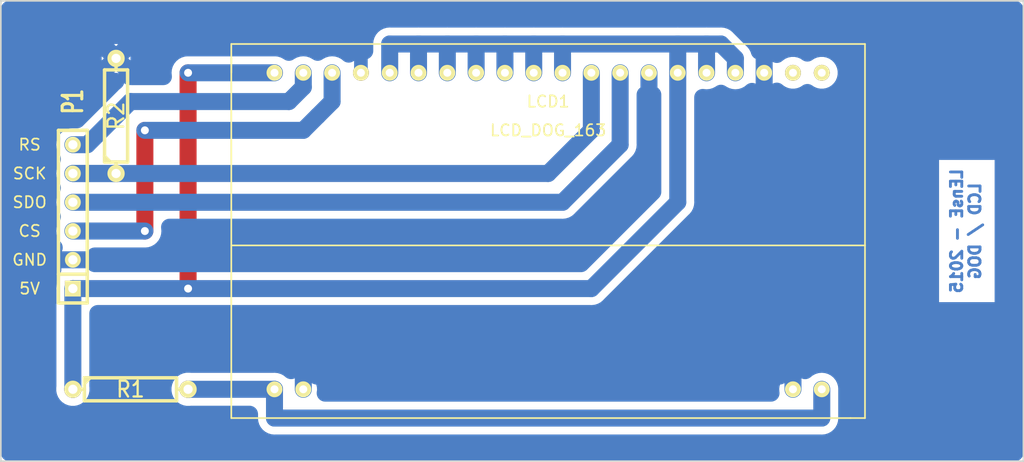
<source format=kicad_pcb>
(kicad_pcb (version 20171130) (host pcbnew "(5.1.6)-1")

  (general
    (thickness 1.6)
    (drawings 11)
    (tracks 79)
    (zones 0)
    (modules 4)
    (nets 8)
  )

  (page A3)
  (layers
    (0 F.Cu signal)
    (31 B.Cu signal)
    (32 B.Adhes user)
    (33 F.Adhes user)
    (34 B.Paste user)
    (35 F.Paste user)
    (36 B.SilkS user)
    (37 F.SilkS user)
    (38 B.Mask user)
    (39 F.Mask user)
    (40 Dwgs.User user)
    (41 Cmts.User user)
    (42 Eco1.User user)
    (43 Eco2.User user)
    (44 Edge.Cuts user)
  )

  (setup
    (last_trace_width 1.5)
    (trace_clearance 0.254)
    (zone_clearance 0.7)
    (zone_45_only no)
    (trace_min 0.254)
    (via_size 1.3)
    (via_drill 0.7)
    (via_min_size 0.889)
    (via_min_drill 0.508)
    (uvia_size 0.508)
    (uvia_drill 0.127)
    (uvias_allowed no)
    (uvia_min_size 0.508)
    (uvia_min_drill 0.127)
    (edge_width 0.15)
    (segment_width 0.2)
    (pcb_text_width 0.3)
    (pcb_text_size 1 1)
    (mod_edge_width 0.15)
    (mod_text_size 1 1)
    (mod_text_width 0.15)
    (pad_size 1.4 1.4)
    (pad_drill 0.7)
    (pad_to_mask_clearance 0)
    (aux_axis_origin 0 0)
    (visible_elements 7FFFFFFF)
    (pcbplotparams
      (layerselection 0x00030_ffffffff)
      (usegerberextensions false)
      (usegerberattributes true)
      (usegerberadvancedattributes true)
      (creategerberjobfile true)
      (excludeedgelayer true)
      (linewidth 0.020000)
      (plotframeref false)
      (viasonmask false)
      (mode 1)
      (useauxorigin false)
      (hpglpennumber 1)
      (hpglpenspeed 20)
      (hpglpendiameter 15.000000)
      (psnegative false)
      (psa4output false)
      (plotreference true)
      (plotvalue true)
      (plotinvisibletext false)
      (padsonsilk false)
      (subtractmaskfromsilk false)
      (outputformat 2)
      (mirror false)
      (drillshape 2)
      (scaleselection 1)
      (outputdirectory "ecranLCD_gerber/"))
  )

  (net 0 "")
  (net 1 CS)
  (net 2 GND)
  (net 3 N-000009)
  (net 4 RS)
  (net 5 SCK)
  (net 6 SDO)
  (net 7 VCC)

  (net_class Default "Ceci est la Netclass par défaut"
    (clearance 0.254)
    (trace_width 1.5)
    (via_dia 1.3)
    (via_drill 0.7)
    (uvia_dia 0.508)
    (uvia_drill 0.127)
    (add_net CS)
    (add_net GND)
    (add_net N-000009)
    (add_net RS)
    (add_net SCK)
    (add_net SDO)
    (add_net VCC)
  )

  (module SIL-6 (layer F.Cu) (tedit 566AA1C0) (tstamp 5650A873)
    (at 57.15 35.56 90)
    (descr "Connecteur 6 pins")
    (tags "CONN DEV")
    (path /565098CC)
    (fp_text reference P1 (at 10.16 0 90) (layer F.SilkS)
      (effects (font (size 1.72974 1.08712) (thickness 0.3048)))
    )
    (fp_text value CONN_6 (at 0 -2.54 90) (layer F.SilkS) hide
      (effects (font (size 1.524 1.016) (thickness 0.3048)))
    )
    (fp_line (start -7.62 1.27) (end -7.62 -1.27) (layer F.SilkS) (width 0.3048))
    (fp_line (start -7.62 -1.27) (end 7.62 -1.27) (layer F.SilkS) (width 0.3048))
    (fp_line (start 7.62 -1.27) (end 7.62 1.27) (layer F.SilkS) (width 0.3048))
    (fp_line (start 7.62 1.27) (end -7.62 1.27) (layer F.SilkS) (width 0.3048))
    (fp_line (start -5.08 1.27) (end -5.08 -1.27) (layer F.SilkS) (width 0.3048))
    (pad 1 thru_hole rect (at -6.35 0 90) (size 1.397 1.397) (drill 0.8128) (layers *.Cu *.Mask F.SilkS)
      (net 7 VCC))
    (pad 2 thru_hole circle (at -3.81 0 90) (size 1.4 1.4) (drill 0.8128) (layers *.Cu *.Mask F.SilkS)
      (net 2 GND))
    (pad 3 thru_hole circle (at -1.27 0 90) (size 1.4 1.4) (drill 0.8128) (layers *.Cu *.Mask F.SilkS)
      (net 1 CS))
    (pad 4 thru_hole circle (at 1.27 0 90) (size 1.4 1.4) (drill 0.8128) (layers *.Cu *.Mask F.SilkS)
      (net 6 SDO))
    (pad 5 thru_hole circle (at 3.81 0 90) (size 1.4 1.4) (drill 0.8128) (layers *.Cu *.Mask F.SilkS)
      (net 5 SCK))
    (pad 6 thru_hole circle (at 6.35 0 90) (size 1.4 1.4) (drill 0.8128) (layers *.Cu *.Mask F.SilkS)
      (net 4 RS))
  )

  (module R4 (layer F.Cu) (tedit 5650A2E8) (tstamp 5650A881)
    (at 62.23 50.8)
    (descr "Resitance 4 pas")
    (tags R)
    (path /565099CC)
    (autoplace_cost180 10)
    (fp_text reference R1 (at 0 0) (layer F.SilkS)
      (effects (font (size 1.397 1.27) (thickness 0.2032)))
    )
    (fp_text value 47 (at 0 0) (layer F.SilkS) hide
      (effects (font (size 1.397 1.27) (thickness 0.2032)))
    )
    (fp_line (start -5.08 0) (end -4.064 0) (layer F.SilkS) (width 0.3048))
    (fp_line (start -4.064 0) (end -4.064 -1.016) (layer F.SilkS) (width 0.3048))
    (fp_line (start -4.064 -1.016) (end 4.064 -1.016) (layer F.SilkS) (width 0.3048))
    (fp_line (start 4.064 -1.016) (end 4.064 1.016) (layer F.SilkS) (width 0.3048))
    (fp_line (start 4.064 1.016) (end -4.064 1.016) (layer F.SilkS) (width 0.3048))
    (fp_line (start -4.064 1.016) (end -4.064 0) (layer F.SilkS) (width 0.3048))
    (fp_line (start -4.064 -0.508) (end -3.556 -1.016) (layer F.SilkS) (width 0.3048))
    (fp_line (start 5.08 0) (end 4.064 0) (layer F.SilkS) (width 0.3048))
    (pad 1 thru_hole circle (at -5.08 0) (size 1.524 1.524) (drill 0.8128) (layers *.Cu *.Mask F.SilkS)
      (net 7 VCC))
    (pad 2 thru_hole circle (at 5.08 0) (size 1.524 1.524) (drill 0.8128) (layers *.Cu *.Mask F.SilkS)
      (net 3 N-000009))
    (model discret/resistor.wrl
      (at (xyz 0 0 0))
      (scale (xyz 0.4 0.4 0.4))
      (rotate (xyz 0 0 0))
    )
  )

  (module LCD_DOG (layer F.Cu) (tedit 566AA1D9) (tstamp 5650A8A6)
    (at 123.19 22.86)
    (path /56509916)
    (fp_text reference LCD1 (at -24.13 2.54) (layer F.SilkS)
      (effects (font (size 1 1) (thickness 0.15)))
    )
    (fp_text value LCD_DOG_163 (at -24.13 5.08) (layer F.SilkS)
      (effects (font (size 1 1) (thickness 0.15)))
    )
    (fp_line (start -52.07 15.24) (end -52.07 30.48) (layer F.SilkS) (width 0.15))
    (fp_line (start -52.07 30.48) (end 2.54 30.48) (layer F.SilkS) (width 0.15))
    (fp_line (start 2.54 30.48) (end 3.81 30.48) (layer F.SilkS) (width 0.15))
    (fp_line (start 3.81 30.48) (end 3.81 15.24) (layer F.SilkS) (width 0.15))
    (fp_line (start -52.07 -2.54) (end -52.07 0) (layer F.SilkS) (width 0.15))
    (fp_line (start -52.07 -2.54) (end 3.81 -2.54) (layer F.SilkS) (width 0.15))
    (fp_line (start 3.81 -2.54) (end 3.81 15.24) (layer F.SilkS) (width 0.15))
    (fp_line (start 3.81 15.24) (end -52.07 15.24) (layer F.SilkS) (width 0.15))
    (fp_line (start -52.07 15.24) (end -52.07 -1.27) (layer F.SilkS) (width 0.15))
    (pad 30 thru_hole circle (at -22.86 0) (size 1.4 1.4) (drill 0.7) (layers *.Cu *.Mask F.SilkS)
      (net 7 VCC))
    (pad 21 thru_hole circle (at 0 0) (size 1.4 1.4) (drill 0.7) (layers *.Cu *.Mask F.SilkS))
    (pad 22 thru_hole circle (at -2.54 0) (size 1.4 1.4) (drill 0.7) (layers *.Cu *.Mask F.SilkS))
    (pad 23 thru_hole circle (at -5.08 0) (size 1.4 1.4) (drill 0.7) (layers *.Cu *.Mask F.SilkS)
      (net 2 GND))
    (pad 24 thru_hole circle (at -7.62 0) (size 1.4 1.4) (drill 0.7) (layers *.Cu *.Mask F.SilkS)
      (net 7 VCC))
    (pad 25 thru_hole circle (at -10.16 0) (size 1.4 1.4) (drill 0.7) (layers *.Cu *.Mask F.SilkS)
      (net 7 VCC))
    (pad 26 thru_hole circle (at -12.7 0) (size 1.4 1.4) (drill 0.7) (layers *.Cu *.Mask F.SilkS)
      (net 7 VCC))
    (pad 27 thru_hole circle (at -15.24 0) (size 1.4 1.4) (drill 0.7) (layers *.Cu *.Mask F.SilkS)
      (net 2 GND))
    (pad 28 thru_hole circle (at -17.78 0) (size 1.4 1.4) (drill 0.7) (layers *.Cu *.Mask F.SilkS)
      (net 6 SDO))
    (pad 29 thru_hole circle (at -20.32 0) (size 1.4 1.4) (drill 0.7) (layers *.Cu *.Mask F.SilkS)
      (net 5 SCK))
    (pad 31 thru_hole circle (at -25.4 0) (size 1.4 1.4) (drill 0.7) (layers *.Cu *.Mask F.SilkS)
      (net 7 VCC))
    (pad 32 thru_hole circle (at -27.94 0) (size 1.4 1.4) (drill 0.7) (layers *.Cu *.Mask F.SilkS)
      (net 7 VCC))
    (pad 33 thru_hole circle (at -30.48 0) (size 1.4 1.4) (drill 0.7) (layers *.Cu *.Mask F.SilkS)
      (net 7 VCC))
    (pad 34 thru_hole circle (at -33.02 0) (size 1.4 1.4) (drill 0.7) (layers *.Cu *.Mask F.SilkS)
      (net 7 VCC))
    (pad 35 thru_hole circle (at -35.56 0) (size 1.4 1.4) (drill 0.7) (layers *.Cu *.Mask F.SilkS)
      (net 7 VCC))
    (pad 36 thru_hole circle (at -38.1 0) (size 1.4 1.4) (drill 0.7) (layers *.Cu *.Mask F.SilkS)
      (net 7 VCC))
    (pad 37 thru_hole circle (at -40.64 0) (size 1.4 1.4) (drill 0.7) (layers *.Cu *.Mask F.SilkS)
      (net 2 GND))
    (pad 38 thru_hole circle (at -43.18 0) (size 1.4 1.4) (drill 0.7) (layers *.Cu *.Mask F.SilkS)
      (net 1 CS))
    (pad 39 thru_hole circle (at -45.72 0) (size 1.4 1.4) (drill 0.7) (layers *.Cu *.Mask F.SilkS)
      (net 4 RS))
    (pad 40 thru_hole circle (at -48.26 0) (size 1.4 1.4) (drill 0.7) (layers *.Cu *.Mask F.SilkS)
      (net 7 VCC))
    (pad 20 thru_hole circle (at 0 27.94) (size 1.4 1.4) (drill 0.7) (layers *.Cu *.Mask F.SilkS)
      (net 3 N-000009))
    (pad 19 thru_hole circle (at -2.54 27.94) (size 1.4 1.4) (drill 0.7) (layers *.Cu *.Mask F.SilkS)
      (net 2 GND))
    (pad 1 thru_hole circle (at -48.26 27.94) (size 1.4 1.4) (drill 0.7) (layers *.Cu *.Mask F.SilkS)
      (net 3 N-000009))
    (pad 2 thru_hole circle (at -45.72 27.94) (size 1.4 1.4) (drill 0.7) (layers *.Cu *.Mask F.SilkS)
      (net 2 GND))
  )

  (module R4 (layer F.Cu) (tedit 200000) (tstamp 565609F2)
    (at 60.96 26.67 90)
    (descr "Resitance 4 pas")
    (tags R)
    (path /5656099E)
    (autoplace_cost180 10)
    (fp_text reference R2 (at 0 0 90) (layer F.SilkS)
      (effects (font (size 1.397 1.27) (thickness 0.2032)))
    )
    (fp_text value 270 (at 0 0 90) (layer F.SilkS) hide
      (effects (font (size 1.397 1.27) (thickness 0.2032)))
    )
    (fp_line (start -5.08 0) (end -4.064 0) (layer F.SilkS) (width 0.3048))
    (fp_line (start -4.064 0) (end -4.064 -1.016) (layer F.SilkS) (width 0.3048))
    (fp_line (start -4.064 -1.016) (end 4.064 -1.016) (layer F.SilkS) (width 0.3048))
    (fp_line (start 4.064 -1.016) (end 4.064 1.016) (layer F.SilkS) (width 0.3048))
    (fp_line (start 4.064 1.016) (end -4.064 1.016) (layer F.SilkS) (width 0.3048))
    (fp_line (start -4.064 1.016) (end -4.064 0) (layer F.SilkS) (width 0.3048))
    (fp_line (start -4.064 -0.508) (end -3.556 -1.016) (layer F.SilkS) (width 0.3048))
    (fp_line (start 5.08 0) (end 4.064 0) (layer F.SilkS) (width 0.3048))
    (pad 1 thru_hole circle (at -5.08 0 90) (size 1.524 1.524) (drill 0.8128) (layers *.Cu *.Mask F.SilkS)
      (net 5 SCK))
    (pad 2 thru_hole circle (at 5.08 0 90) (size 1.524 1.524) (drill 0.8128) (layers *.Cu *.Mask F.SilkS)
      (net 2 GND))
    (model discret/resistor.wrl
      (at (xyz 0 0 0))
      (scale (xyz 0.4 0.4 0.4))
      (rotate (xyz 0 0 0))
    )
  )

  (gr_line (start 50.8 57.15) (end 50.8 16.51) (layer Edge.Cuts) (width 0.15) (tstamp 614B32AE))
  (gr_line (start 140.97 57.15) (end 50.8 57.15) (layer Edge.Cuts) (width 0.15))
  (gr_line (start 140.97 16.51) (end 140.97 57.15) (layer Edge.Cuts) (width 0.15))
  (gr_line (start 50.8 16.51) (end 140.97 16.51) (layer Edge.Cuts) (width 0.15))
  (gr_text 5V (at 53.34 41.91) (layer F.SilkS)
    (effects (font (size 1 1) (thickness 0.15)))
  )
  (gr_text GND (at 53.34 39.37) (layer F.SilkS)
    (effects (font (size 1 1) (thickness 0.15)))
  )
  (gr_text CS (at 53.34 36.83) (layer F.SilkS)
    (effects (font (size 1 1) (thickness 0.15)))
  )
  (gr_text SDO (at 53.34 34.29) (layer F.SilkS)
    (effects (font (size 1 1) (thickness 0.15)))
  )
  (gr_text SCK (at 53.34 31.75) (layer F.SilkS)
    (effects (font (size 1 1) (thickness 0.15)))
  )
  (gr_text RS (at 53.34 29.21) (layer F.SilkS)
    (effects (font (size 1 1) (thickness 0.15)))
  )
  (gr_text "LEnsE - 2015\nLCD / DOG" (at 135.89 36.83 90) (layer B.Cu)
    (effects (font (size 1 1) (thickness 0.25)) (justify mirror))
  )

  (segment (start 57.15 36.83) (end 63.5 36.83) (width 1.5) (layer B.Cu) (net 1))
  (segment (start 80.01 25.4) (end 80.01 22.86) (width 1.5) (layer B.Cu) (net 1) (tstamp 5650A993))
  (segment (start 78.74 26.67) (end 80.01 25.4) (width 1.5) (layer B.Cu) (net 1) (tstamp 5650A992))
  (segment (start 77.47 27.94) (end 78.74 26.67) (width 1.5) (layer B.Cu) (net 1) (tstamp 5650A991))
  (segment (start 63.5 27.94) (end 77.47 27.94) (width 1.5) (layer B.Cu) (net 1) (tstamp 5650A990))
  (via (at 63.5 27.94) (size 1.3) (layers F.Cu B.Cu) (net 1))
  (segment (start 63.5 36.83) (end 63.5 27.94) (width 1.5) (layer F.Cu) (net 1) (tstamp 5650A98D))
  (via (at 63.5 36.83) (size 1.3) (layers F.Cu B.Cu) (net 1))
  (segment (start 57.15 39.37) (end 54.61 39.37) (width 1.5) (layer B.Cu) (net 2))
  (segment (start 77.47 48.26) (end 77.47 50.8) (width 1.5) (layer B.Cu) (net 2) (tstamp 5650A9D3))
  (segment (start 76.2 46.99) (end 77.47 48.26) (width 1.5) (layer B.Cu) (net 2) (tstamp 5650A9D2))
  (segment (start 64.77 46.99) (end 76.2 46.99) (width 1.5) (layer B.Cu) (net 2) (tstamp 5650A9D1))
  (segment (start 63.5 48.26) (end 64.77 46.99) (width 1.5) (layer B.Cu) (net 2) (tstamp 5650A9D0))
  (segment (start 63.5 52.07) (end 63.5 48.26) (width 1.5) (layer B.Cu) (net 2) (tstamp 5650A9CF))
  (segment (start 59.69 55.88) (end 63.5 52.07) (width 1.5) (layer B.Cu) (net 2) (tstamp 5650A9CE))
  (segment (start 54.61 55.88) (end 59.69 55.88) (width 1.5) (layer B.Cu) (net 2) (tstamp 5650A9CD))
  (segment (start 53.34 54.61) (end 54.61 55.88) (width 1.5) (layer B.Cu) (net 2) (tstamp 5650A9CC))
  (segment (start 53.34 40.64) (end 53.34 54.61) (width 1.5) (layer B.Cu) (net 2) (tstamp 5650A9CB))
  (segment (start 54.61 39.37) (end 53.34 40.64) (width 1.5) (layer B.Cu) (net 2) (tstamp 5650A9CA))
  (segment (start 82.55 22.86) (end 82.55 19.05) (width 1.2) (layer B.Cu) (net 2))
  (segment (start 118.11 19.05) (end 118.11 22.86) (width 1.5) (layer B.Cu) (net 2) (tstamp 5650A9C7))
  (segment (start 116.84 17.78) (end 118.11 19.05) (width 1.5) (layer B.Cu) (net 2) (tstamp 5650A9C6))
  (segment (start 83.82 17.78) (end 116.84 17.78) (width 1.5) (layer B.Cu) (net 2) (tstamp 5650A9C5))
  (segment (start 82.55 19.05) (end 83.82 17.78) (width 1.2) (layer B.Cu) (net 2) (tstamp 5650A9C4))
  (segment (start 120.65 50.8) (end 120.65 30.48) (width 1.5) (layer B.Cu) (net 2))
  (segment (start 118.11 27.94) (end 118.11 22.86) (width 1.5) (layer B.Cu) (net 2) (tstamp 5650A9C1))
  (segment (start 120.65 30.48) (end 118.11 27.94) (width 1.5) (layer B.Cu) (net 2) (tstamp 5650A9C0))
  (segment (start 68.58 39.37) (end 101.6 39.37) (width 1.5) (layer B.Cu) (net 2))
  (segment (start 107.95 33.02) (end 107.95 22.86) (width 1.5) (layer B.Cu) (net 2) (tstamp 5650A9BC))
  (segment (start 101.6 39.37) (end 107.95 33.02) (width 1.5) (layer B.Cu) (net 2) (tstamp 5650A9BA))
  (segment (start 68.58 39.37) (end 57.15 39.37) (width 1.5) (layer B.Cu) (net 2) (tstamp 5650A9B2))
  (segment (start 68.58 39.37) (end 68.58 39.37) (width 1.2) (layer B.Cu) (net 2) (tstamp 5650A9B1))
  (segment (start 74.93 50.8) (end 74.93 53.34) (width 1.5) (layer B.Cu) (net 3))
  (segment (start 123.19 53.34) (end 123.19 50.8) (width 1.5) (layer B.Cu) (net 3) (tstamp 5650A936))
  (segment (start 74.93 53.34) (end 123.19 53.34) (width 1.5) (layer B.Cu) (net 3) (tstamp 5650A935))
  (segment (start 67.31 50.8) (end 74.93 50.8) (width 1.5) (layer B.Cu) (net 3))
  (segment (start 77.47 22.86) (end 77.47 24.13) (width 1.5) (layer B.Cu) (net 4))
  (segment (start 62.23 25.4) (end 60.96 26.67) (width 1.5) (layer B.Cu) (net 4) (tstamp 5650A97E))
  (segment (start 76.2 25.4) (end 62.23 25.4) (width 1.5) (layer B.Cu) (net 4) (tstamp 5650A97D))
  (segment (start 77.47 24.13) (end 76.2 25.4) (width 1.5) (layer B.Cu) (net 4) (tstamp 5650A97C))
  (segment (start 60.96 26.67) (end 58.42 29.21) (width 1.5) (layer B.Cu) (net 4) (tstamp 5650A981))
  (segment (start 58.42 29.21) (end 57.15 29.21) (width 1.5) (layer B.Cu) (net 4) (tstamp 5650A982))
  (segment (start 60.96 31.75) (end 57.15 31.75) (width 1.5) (layer B.Cu) (net 5))
  (segment (start 57.15 31.75) (end 99.06 31.75) (width 1.5) (layer B.Cu) (net 5))
  (segment (start 102.87 27.94) (end 102.87 22.86) (width 1.5) (layer B.Cu) (net 5) (tstamp 5650A969))
  (segment (start 99.06 31.75) (end 102.87 27.94) (width 1.5) (layer B.Cu) (net 5) (tstamp 5650A968))
  (segment (start 105.41 22.86) (end 105.41 29.21) (width 1.5) (layer B.Cu) (net 6))
  (segment (start 100.33 34.29) (end 57.15 34.29) (width 1.5) (layer B.Cu) (net 6) (tstamp 5650A96D))
  (segment (start 105.41 29.21) (end 100.33 34.29) (width 1.5) (layer B.Cu) (net 6) (tstamp 5650A96C))
  (segment (start 102.87 41.91) (end 67.31 41.91) (width 1.5) (layer B.Cu) (net 7) (tstamp 5650A9A7))
  (segment (start 110.49 34.29) (end 102.87 41.91) (width 1.5) (layer B.Cu) (net 7) (tstamp 5650A9A5))
  (segment (start 110.49 22.86) (end 110.49 34.29) (width 1.5) (layer B.Cu) (net 7))
  (segment (start 57.15 41.91) (end 67.31 41.91) (width 1.5) (layer B.Cu) (net 7))
  (segment (start 67.31 22.86) (end 74.93 22.86) (width 1.5) (layer B.Cu) (net 7) (tstamp 5650A99B))
  (via (at 67.31 41.91) (size 1.3) (layers F.Cu B.Cu) (net 7))
  (segment (start 67.31 41.91) (end 67.31 22.86) (width 1.5) (layer F.Cu) (net 7) (tstamp 5650A998))
  (via (at 67.31 22.86) (size 1.3) (layers F.Cu B.Cu) (net 7))
  (segment (start 85.09 20.32) (end 85.09 22.86) (width 1.5) (layer B.Cu) (net 7) (tstamp 5650A987))
  (segment (start 113.03 22.86) (end 113.03 20.32) (width 1.5) (layer B.Cu) (net 7))
  (segment (start 110.49 22.86) (end 110.49 20.32) (width 1.5) (layer B.Cu) (net 7))
  (segment (start 100.33 22.86) (end 100.33 20.32) (width 1.5) (layer B.Cu) (net 7))
  (segment (start 97.79 22.86) (end 97.79 20.32) (width 1.5) (layer B.Cu) (net 7))
  (segment (start 95.25 22.86) (end 95.25 20.32) (width 1.5) (layer B.Cu) (net 7))
  (segment (start 92.71 22.86) (end 92.71 20.32) (width 1.5) (layer B.Cu) (net 7))
  (segment (start 90.17 22.86) (end 90.17 20.32) (width 1.5) (layer B.Cu) (net 7))
  (segment (start 87.63 22.86) (end 87.63 20.32) (width 1.5) (layer B.Cu) (net 7))
  (segment (start 85.09 22.86) (end 85.09 20.32) (width 1.2) (layer B.Cu) (net 7))
  (segment (start 115.57 22.86) (end 115.57 21.59) (width 1.5) (layer B.Cu) (net 7))
  (segment (start 114.3 20.32) (end 113.03 20.32) (width 1.5) (layer B.Cu) (net 7) (tstamp 5650A93A))
  (segment (start 113.03 20.32) (end 110.49 20.32) (width 1.5) (layer B.Cu) (net 7) (tstamp 5650A963))
  (segment (start 110.49 20.32) (end 100.33 20.32) (width 1.5) (layer B.Cu) (net 7) (tstamp 5650A95F))
  (segment (start 100.33 20.32) (end 97.79 20.32) (width 1.5) (layer B.Cu) (net 7) (tstamp 5650A95A))
  (segment (start 97.79 20.32) (end 95.25 20.32) (width 1.5) (layer B.Cu) (net 7) (tstamp 5650A956))
  (segment (start 95.25 20.32) (end 92.71 20.32) (width 1.5) (layer B.Cu) (net 7) (tstamp 5650A952))
  (segment (start 92.71 20.32) (end 90.17 20.32) (width 1.5) (layer B.Cu) (net 7) (tstamp 5650A94E))
  (segment (start 90.17 20.32) (end 87.63 20.32) (width 1.5) (layer B.Cu) (net 7) (tstamp 5650A948))
  (segment (start 87.63 20.32) (end 85.09 20.32) (width 1.5) (layer B.Cu) (net 7) (tstamp 5650A944))
  (segment (start 115.57 21.59) (end 114.3 20.32) (width 1.5) (layer B.Cu) (net 7) (tstamp 5650A939))
  (segment (start 57.15 41.91) (end 57.15 50.8) (width 1.5) (layer B.Cu) (net 7))

  (zone (net 2) (net_name GND) (layer B.Cu) (tstamp 5650A9AC) (hatch edge 0.508)
    (connect_pads (clearance 0.7))
    (min_thickness 1.5)
    (fill yes (arc_segments 16) (thermal_gap 0.508) (thermal_bridge_width 2))
    (polygon
      (pts
        (xy 140.97 57.15) (xy 50.8 57.15) (xy 50.8 16.51) (xy 140.97 16.51)
      )
    )
    (filled_polygon
      (pts
        (xy 140.22 56.4) (xy 51.55 56.4) (xy 51.55 50.582137) (xy 54.938 50.582137) (xy 54.938 51.017863)
        (xy 55.023006 51.445217) (xy 55.189751 51.847775) (xy 55.431827 52.210068) (xy 55.739932 52.518173) (xy 56.102225 52.760249)
        (xy 56.504783 52.926994) (xy 56.932137 53.012) (xy 57.367863 53.012) (xy 57.795217 52.926994) (xy 58.197775 52.760249)
        (xy 58.560068 52.518173) (xy 58.868173 52.210068) (xy 59.110249 51.847775) (xy 59.276994 51.445217) (xy 59.362 51.017863)
        (xy 59.362 50.582137) (xy 65.098 50.582137) (xy 65.098 51.017863) (xy 65.183006 51.445217) (xy 65.349751 51.847775)
        (xy 65.591827 52.210068) (xy 65.899932 52.518173) (xy 66.262225 52.760249) (xy 66.664783 52.926994) (xy 67.092137 53.012)
        (xy 67.527863 53.012) (xy 67.588191 53) (xy 72.73 53) (xy 72.73 53.23193) (xy 72.719356 53.34)
        (xy 72.761833 53.771275) (xy 72.887631 54.185977) (xy 73.091917 54.568168) (xy 73.366839 54.903161) (xy 73.701832 55.178083)
        (xy 74.084023 55.382369) (xy 74.498725 55.508167) (xy 74.82193 55.54) (xy 74.93 55.550644) (xy 75.03807 55.54)
        (xy 123.08193 55.54) (xy 123.19 55.550644) (xy 123.29807 55.54) (xy 123.621275 55.508167) (xy 124.035977 55.382369)
        (xy 124.418168 55.178083) (xy 124.753161 54.903161) (xy 125.028083 54.568168) (xy 125.232369 54.185977) (xy 125.358167 53.771275)
        (xy 125.400644 53.34) (xy 125.39 53.23193) (xy 125.39 50.69193) (xy 125.358167 50.368725) (xy 125.232369 49.954023)
        (xy 125.028083 49.571832) (xy 124.753161 49.236839) (xy 124.418168 48.961917) (xy 124.035977 48.757631) (xy 123.621275 48.631833)
        (xy 123.19 48.589356) (xy 122.758726 48.631833) (xy 122.344024 48.757631) (xy 121.961833 48.961917) (xy 121.721973 49.158766)
        (xy 121.473702 49.013251) (xy 121.109297 48.886887) (xy 120.727242 48.834043) (xy 120.342219 48.856749) (xy 119.969024 48.954133)
        (xy 119.621998 49.122453) (xy 119.493548 49.20828) (xy 119.481171 49.631171) (xy 119.05828 49.643548) (xy 118.863251 49.976298)
        (xy 118.736887 50.340703) (xy 118.684043 50.722758) (xy 118.706749 51.107781) (xy 118.715156 51.14) (xy 79.399614 51.14)
        (xy 79.435957 50.877242) (xy 79.413251 50.492219) (xy 79.315867 50.119024) (xy 79.147547 49.771998) (xy 79.06172 49.643548)
        (xy 78.638829 49.631171) (xy 78.626452 49.20828) (xy 78.293702 49.013251) (xy 77.929297 48.886887) (xy 77.547242 48.834043)
        (xy 77.162219 48.856749) (xy 76.789024 48.954133) (xy 76.441998 49.122453) (xy 76.393372 49.154944) (xy 76.158168 48.961917)
        (xy 75.775977 48.757631) (xy 75.361275 48.631833) (xy 75.03807 48.6) (xy 74.93 48.589356) (xy 74.82193 48.6)
        (xy 67.588191 48.6) (xy 67.527863 48.588) (xy 67.092137 48.588) (xy 66.664783 48.673006) (xy 66.262225 48.839751)
        (xy 65.899932 49.081827) (xy 65.591827 49.389932) (xy 65.349751 49.752225) (xy 65.183006 50.154783) (xy 65.098 50.582137)
        (xy 59.362 50.582137) (xy 59.35 50.521809) (xy 59.35 44.11) (xy 102.76194 44.11) (xy 102.87 44.120643)
        (xy 102.97806 44.11) (xy 102.97807 44.11) (xy 103.301275 44.078167) (xy 103.715977 43.952369) (xy 104.098168 43.748083)
        (xy 104.433161 43.473161) (xy 104.502057 43.389211) (xy 111.969222 35.922048) (xy 112.053161 35.853161) (xy 112.328083 35.518168)
        (xy 112.532369 35.135977) (xy 112.658167 34.721275) (xy 112.69 34.39807) (xy 112.69 34.398061) (xy 112.700643 34.290001)
        (xy 112.69 34.181941) (xy 112.69 29.802619) (xy 132.7825 29.802619) (xy 132.7825 43.857381) (xy 139.1825 43.857381)
        (xy 139.1825 29.802619) (xy 132.7825 29.802619) (xy 112.69 29.802619) (xy 112.69 25.037157) (xy 113.03 25.070644)
        (xy 113.461274 25.028167) (xy 113.875976 24.902369) (xy 114.258168 24.698083) (xy 114.3 24.663752) (xy 114.341832 24.698083)
        (xy 114.724023 24.902369) (xy 115.138725 25.028167) (xy 115.57 25.070644) (xy 116.001274 25.028167) (xy 116.415976 24.902369)
        (xy 116.798168 24.698083) (xy 117.038028 24.501235) (xy 117.286298 24.646749) (xy 117.650703 24.773113) (xy 118.032758 24.825957)
        (xy 118.417781 24.803251) (xy 118.790976 24.705867) (xy 119.138002 24.537547) (xy 119.227313 24.477872) (xy 119.279455 24.530014)
        (xy 119.631593 24.765305) (xy 120.022868 24.927377) (xy 120.438243 25.01) (xy 120.861757 25.01) (xy 121.277132 24.927377)
        (xy 121.668407 24.765305) (xy 121.92 24.597196) (xy 122.171593 24.765305) (xy 122.562868 24.927377) (xy 122.978243 25.01)
        (xy 123.401757 25.01) (xy 123.817132 24.927377) (xy 124.208407 24.765305) (xy 124.560545 24.530014) (xy 124.860014 24.230545)
        (xy 125.095305 23.878407) (xy 125.257377 23.487132) (xy 125.34 23.071757) (xy 125.34 22.648243) (xy 125.257377 22.232868)
        (xy 125.095305 21.841593) (xy 124.860014 21.489455) (xy 124.560545 21.189986) (xy 124.208407 20.954695) (xy 123.817132 20.792623)
        (xy 123.401757 20.71) (xy 122.978243 20.71) (xy 122.562868 20.792623) (xy 122.171593 20.954695) (xy 121.92 21.122804)
        (xy 121.668407 20.954695) (xy 121.277132 20.792623) (xy 120.861757 20.71) (xy 120.438243 20.71) (xy 120.022868 20.792623)
        (xy 119.631593 20.954695) (xy 119.279455 21.189986) (xy 119.225288 21.244153) (xy 118.933702 21.073251) (xy 118.569297 20.946887)
        (xy 118.187242 20.894043) (xy 117.802219 20.916749) (xy 117.674847 20.949986) (xy 117.612369 20.744023) (xy 117.408083 20.361832)
        (xy 117.133161 20.026839) (xy 117.049216 19.957947) (xy 115.932057 18.840789) (xy 115.863161 18.756839) (xy 115.528168 18.481917)
        (xy 115.145977 18.277631) (xy 114.731275 18.151833) (xy 114.40807 18.12) (xy 114.40806 18.12) (xy 114.3 18.109357)
        (xy 114.19194 18.12) (xy 113.13807 18.12) (xy 113.03 18.109356) (xy 112.92193 18.12) (xy 110.59807 18.12)
        (xy 110.49 18.109356) (xy 110.38193 18.12) (xy 100.43807 18.12) (xy 100.33 18.109356) (xy 100.22193 18.12)
        (xy 97.89807 18.12) (xy 97.79 18.109356) (xy 97.68193 18.12) (xy 95.35807 18.12) (xy 95.25 18.109356)
        (xy 95.14193 18.12) (xy 92.81807 18.12) (xy 92.71 18.109356) (xy 92.60193 18.12) (xy 90.27807 18.12)
        (xy 90.17 18.109356) (xy 90.06193 18.12) (xy 87.73807 18.12) (xy 87.63 18.109356) (xy 87.52193 18.12)
        (xy 85.19807 18.12) (xy 85.09 18.109356) (xy 84.98193 18.12) (xy 84.658725 18.151833) (xy 84.244023 18.277631)
        (xy 83.861832 18.481917) (xy 83.526839 18.756839) (xy 83.251917 19.091832) (xy 83.047631 19.474023) (xy 82.921833 19.888725)
        (xy 82.879356 20.32) (xy 82.89 20.42807) (xy 82.89 20.930386) (xy 82.627242 20.894043) (xy 82.242219 20.916749)
        (xy 81.869024 21.014133) (xy 81.521998 21.182453) (xy 81.473372 21.214944) (xy 81.238168 21.021917) (xy 80.855977 20.817631)
        (xy 80.441275 20.691833) (xy 80.01 20.649356) (xy 79.578726 20.691833) (xy 79.164024 20.817631) (xy 78.781833 21.021917)
        (xy 78.740001 21.056248) (xy 78.698168 21.021917) (xy 78.315976 20.817631) (xy 77.901274 20.691833) (xy 77.47 20.649356)
        (xy 77.038725 20.691833) (xy 76.624023 20.817631) (xy 76.241832 21.021917) (xy 76.2 21.056248) (xy 76.158168 21.021917)
        (xy 75.775977 20.817631) (xy 75.361275 20.691833) (xy 75.03807 20.66) (xy 67.20193 20.66) (xy 66.878725 20.691833)
        (xy 66.464023 20.817631) (xy 66.081832 21.021917) (xy 65.746839 21.296839) (xy 65.471917 21.631832) (xy 65.267631 22.014023)
        (xy 65.141833 22.428725) (xy 65.099356 22.86) (xy 65.132843 23.2) (xy 62.338059 23.2) (xy 62.229999 23.189357)
        (xy 62.145379 23.197691) (xy 62.164367 22.811337) (xy 60.96 21.606971) (xy 59.755633 22.811337) (xy 59.776658 23.239146)
        (xy 60.121127 23.438317) (xy 60.497835 23.566458) (xy 60.892304 23.618645) (xy 60.936179 23.615797) (xy 60.666839 23.836839)
        (xy 60.597948 23.920783) (xy 59.480792 25.03794) (xy 59.480781 25.037949) (xy 57.508731 27.01) (xy 57.04193 27.01)
        (xy 56.718725 27.041833) (xy 56.304023 27.167631) (xy 55.921832 27.371917) (xy 55.586839 27.646839) (xy 55.311917 27.981832)
        (xy 55.107631 28.364023) (xy 54.981833 28.778725) (xy 54.939356 29.21) (xy 54.981833 29.641275) (xy 55.107631 30.055977)
        (xy 55.311917 30.438168) (xy 55.346248 30.48) (xy 55.311917 30.521832) (xy 55.107631 30.904023) (xy 54.981833 31.318725)
        (xy 54.939356 31.75) (xy 54.981833 32.181275) (xy 55.107631 32.595977) (xy 55.311917 32.978168) (xy 55.346248 33.02)
        (xy 55.311917 33.061832) (xy 55.107631 33.444023) (xy 54.981833 33.858725) (xy 54.939356 34.29) (xy 54.981833 34.721275)
        (xy 55.107631 35.135977) (xy 55.311917 35.518168) (xy 55.346248 35.56) (xy 55.311917 35.601832) (xy 55.107631 35.984023)
        (xy 54.981833 36.398725) (xy 54.939356 36.83) (xy 54.981833 37.261275) (xy 55.107631 37.675977) (xy 55.311917 38.058168)
        (xy 55.508765 38.298028) (xy 55.363251 38.546298) (xy 55.236887 38.910703) (xy 55.184043 39.292758) (xy 55.206749 39.677781)
        (xy 55.304133 40.050976) (xy 55.387344 40.222532) (xy 55.240036 40.402026) (xy 55.105394 40.653924) (xy 55.022481 40.92725)
        (xy 54.994485 41.2115) (xy 54.994485 41.437017) (xy 54.981833 41.478725) (xy 54.939356 41.91) (xy 54.95 42.01807)
        (xy 54.950001 50.521804) (xy 54.938 50.582137) (xy 51.55 50.582137) (xy 51.55 21.522304) (xy 58.931355 21.522304)
        (xy 58.957129 21.919373) (xy 59.05987 22.303785) (xy 59.235633 22.660767) (xy 59.310854 22.773342) (xy 59.738663 22.794367)
        (xy 60.943029 21.59) (xy 60.976971 21.59) (xy 62.181337 22.794367) (xy 62.609146 22.773342) (xy 62.808317 22.428873)
        (xy 62.936458 22.052165) (xy 62.988645 21.657696) (xy 62.962871 21.260627) (xy 62.86013 20.876215) (xy 62.684367 20.519233)
        (xy 62.609146 20.406658) (xy 62.181337 20.385633) (xy 60.976971 21.59) (xy 60.943029 21.59) (xy 59.738663 20.385633)
        (xy 59.310854 20.406658) (xy 59.111683 20.751127) (xy 58.983542 21.127835) (xy 58.931355 21.522304) (xy 51.55 21.522304)
        (xy 51.55 20.368663) (xy 59.755633 20.368663) (xy 60.96 21.573029) (xy 62.164367 20.368663) (xy 62.143342 19.940854)
        (xy 61.798873 19.741683) (xy 61.422165 19.613542) (xy 61.027696 19.561355) (xy 60.630627 19.587129) (xy 60.246215 19.68987)
        (xy 59.889233 19.865633) (xy 59.776658 19.940854) (xy 59.755633 20.368663) (xy 51.55 20.368663) (xy 51.55 17.26)
        (xy 140.22 17.26)
      )
    )
    (filled_polygon
      (pts
        (xy 107.872758 24.825957) (xy 108.257781 24.803251) (xy 108.29 24.794844) (xy 108.290001 33.378729) (xy 101.958732 39.71)
        (xy 59.079614 39.71) (xy 59.115957 39.447242) (xy 59.093251 39.062219) (xy 59.084844 39.03) (xy 63.60807 39.03)
        (xy 63.931275 38.998167) (xy 64.345977 38.872369) (xy 64.728168 38.668083) (xy 65.063161 38.393161) (xy 65.338083 38.058168)
        (xy 65.542369 37.675977) (xy 65.668167 37.261275) (xy 65.710644 36.83) (xy 65.677157 36.49) (xy 100.22194 36.49)
        (xy 100.33 36.500643) (xy 100.43806 36.49) (xy 100.43807 36.49) (xy 100.761275 36.458167) (xy 101.175977 36.332369)
        (xy 101.558168 36.128083) (xy 101.893161 35.853161) (xy 101.962057 35.769211) (xy 106.889221 30.842049) (xy 106.973161 30.773161)
        (xy 107.042048 30.689222) (xy 107.042052 30.689218) (xy 107.248083 30.438169) (xy 107.452369 30.055977) (xy 107.459695 30.031827)
        (xy 107.578167 29.641275) (xy 107.61 29.31807) (xy 107.61 29.31806) (xy 107.620643 29.21) (xy 107.61 29.10194)
        (xy 107.61 24.789614)
      )
    )
  )
)

</source>
